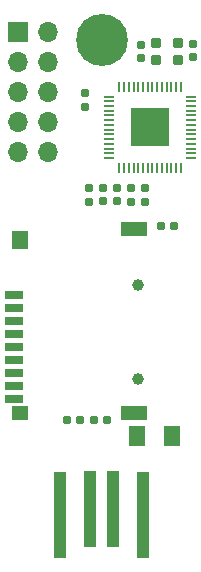
<source format=gts>
G04 #@! TF.GenerationSoftware,KiCad,Pcbnew,7.0.1-3b83917a11~172~ubuntu22.04.1*
G04 #@! TF.CreationDate,2023-04-10T17:36:39+00:00*
G04 #@! TF.ProjectId,ducklace,6475636b-6c61-4636-952e-6b696361645f,rev?*
G04 #@! TF.SameCoordinates,Original*
G04 #@! TF.FileFunction,Soldermask,Top*
G04 #@! TF.FilePolarity,Negative*
%FSLAX46Y46*%
G04 Gerber Fmt 4.6, Leading zero omitted, Abs format (unit mm)*
G04 Created by KiCad (PCBNEW 7.0.1-3b83917a11~172~ubuntu22.04.1) date 2023-04-10 17:36:39*
%MOMM*%
%LPD*%
G01*
G04 APERTURE LIST*
G04 Aperture macros list*
%AMRoundRect*
0 Rectangle with rounded corners*
0 $1 Rounding radius*
0 $2 $3 $4 $5 $6 $7 $8 $9 X,Y pos of 4 corners*
0 Add a 4 corners polygon primitive as box body*
4,1,4,$2,$3,$4,$5,$6,$7,$8,$9,$2,$3,0*
0 Add four circle primitives for the rounded corners*
1,1,$1+$1,$2,$3*
1,1,$1+$1,$4,$5*
1,1,$1+$1,$6,$7*
1,1,$1+$1,$8,$9*
0 Add four rect primitives between the rounded corners*
20,1,$1+$1,$2,$3,$4,$5,0*
20,1,$1+$1,$4,$5,$6,$7,0*
20,1,$1+$1,$6,$7,$8,$9,0*
20,1,$1+$1,$8,$9,$2,$3,0*%
G04 Aperture macros list end*
%ADD10C,1.000000*%
%ADD11R,1.600000X0.700000*%
%ADD12R,1.400000X1.200000*%
%ADD13R,2.200000X1.200000*%
%ADD14R,1.400000X1.600000*%
%ADD15RoundRect,0.160000X-0.160000X0.197500X-0.160000X-0.197500X0.160000X-0.197500X0.160000X0.197500X0*%
%ADD16RoundRect,0.050000X0.387500X0.050000X-0.387500X0.050000X-0.387500X-0.050000X0.387500X-0.050000X0*%
%ADD17RoundRect,0.050000X0.050000X0.387500X-0.050000X0.387500X-0.050000X-0.387500X0.050000X-0.387500X0*%
%ADD18R,3.200000X3.200000*%
%ADD19R,1.700000X1.700000*%
%ADD20O,1.700000X1.700000*%
%ADD21RoundRect,0.155000X-0.155000X0.212500X-0.155000X-0.212500X0.155000X-0.212500X0.155000X0.212500X0*%
%ADD22RoundRect,0.155000X0.155000X-0.212500X0.155000X0.212500X-0.155000X0.212500X-0.155000X-0.212500X0*%
%ADD23RoundRect,0.155000X-0.212500X-0.155000X0.212500X-0.155000X0.212500X0.155000X-0.212500X0.155000X0*%
%ADD24RoundRect,0.200000X-0.250000X0.200000X-0.250000X-0.200000X0.250000X-0.200000X0.250000X0.200000X0*%
%ADD25RoundRect,0.155000X0.212500X0.155000X-0.212500X0.155000X-0.212500X-0.155000X0.212500X-0.155000X0*%
%ADD26RoundRect,0.250001X0.462499X0.624999X-0.462499X0.624999X-0.462499X-0.624999X0.462499X-0.624999X0*%
%ADD27C,0.700000*%
%ADD28C,4.400000*%
%ADD29RoundRect,0.160000X0.160000X-0.197500X0.160000X0.197500X-0.160000X0.197500X-0.160000X-0.197500X0*%
%ADD30R,1.000000X7.400000*%
%ADD31R,1.000000X6.400000*%
G04 APERTURE END LIST*
D10*
G04 #@! TO.C,J3*
X101000000Y-111910000D03*
X101000000Y-103930000D03*
D11*
X90500000Y-104780000D03*
X90500000Y-105880000D03*
X90500000Y-106980000D03*
X90500000Y-108080000D03*
X90500000Y-109180000D03*
X90500000Y-110280000D03*
X90500000Y-111380000D03*
X90500000Y-112480000D03*
X90500000Y-113580000D03*
D12*
X91000000Y-114730000D03*
D13*
X100600000Y-114730000D03*
D14*
X91000000Y-100130000D03*
D13*
X100600000Y-99230000D03*
G04 #@! TD*
D15*
G04 #@! TO.C,R3*
X100400000Y-95682500D03*
X100400000Y-96877500D03*
G04 #@! TD*
D16*
G04 #@! TO.C,U1*
X105437500Y-93180000D03*
X105437500Y-92780000D03*
X105437500Y-92380000D03*
X105437500Y-91980000D03*
X105437500Y-91580000D03*
X105437500Y-91180000D03*
X105437500Y-90780000D03*
X105437500Y-90380000D03*
X105437500Y-89980000D03*
X105437500Y-89580000D03*
X105437500Y-89180000D03*
X105437500Y-88780000D03*
X105437500Y-88380000D03*
X105437500Y-87980000D03*
D17*
X104600000Y-87142500D03*
X104200000Y-87142500D03*
X103800000Y-87142500D03*
X103400000Y-87142500D03*
X103000000Y-87142500D03*
X102600000Y-87142500D03*
X102200000Y-87142500D03*
X101800000Y-87142500D03*
X101400000Y-87142500D03*
X101000000Y-87142500D03*
X100600000Y-87142500D03*
X100200000Y-87142500D03*
X99800000Y-87142500D03*
X99400000Y-87142500D03*
D16*
X98562500Y-87980000D03*
X98562500Y-88380000D03*
X98562500Y-88780000D03*
X98562500Y-89180000D03*
X98562500Y-89580000D03*
X98562500Y-89980000D03*
X98562500Y-90380000D03*
X98562500Y-90780000D03*
X98562500Y-91180000D03*
X98562500Y-91580000D03*
X98562500Y-91980000D03*
X98562500Y-92380000D03*
X98562500Y-92780000D03*
X98562500Y-93180000D03*
D17*
X99400000Y-94017500D03*
X99800000Y-94017500D03*
X100200000Y-94017500D03*
X100600000Y-94017500D03*
X101000000Y-94017500D03*
X101400000Y-94017500D03*
X101800000Y-94017500D03*
X102200000Y-94017500D03*
X102600000Y-94017500D03*
X103000000Y-94017500D03*
X103400000Y-94017500D03*
X103800000Y-94017500D03*
X104200000Y-94017500D03*
X104600000Y-94017500D03*
D18*
X102000000Y-90580000D03*
G04 #@! TD*
D19*
G04 #@! TO.C,J2*
X90800000Y-82555000D03*
D20*
X93340000Y-82555000D03*
X90800000Y-85095000D03*
X93340000Y-85095000D03*
X90800000Y-87635000D03*
X93340000Y-87635000D03*
X90800000Y-90175000D03*
X93340000Y-90175000D03*
X90800000Y-92715000D03*
X93340000Y-92715000D03*
G04 #@! TD*
D21*
G04 #@! TO.C,C3*
X101200000Y-83612500D03*
X101200000Y-84747500D03*
G04 #@! TD*
D22*
G04 #@! TO.C,C6*
X99200000Y-96847500D03*
X99200000Y-95712500D03*
G04 #@! TD*
G04 #@! TO.C,C2*
X105600000Y-84647500D03*
X105600000Y-83512500D03*
G04 #@! TD*
D23*
G04 #@! TO.C,C4*
X94932500Y-115380000D03*
X96067500Y-115380000D03*
G04 #@! TD*
D24*
G04 #@! TO.C,Y1*
X104325000Y-83455000D03*
X102475000Y-83455000D03*
X102475000Y-84905000D03*
X104325000Y-84905000D03*
G04 #@! TD*
D25*
G04 #@! TO.C,C1*
X98367500Y-115380000D03*
X97232500Y-115380000D03*
G04 #@! TD*
D26*
G04 #@! TO.C,F1*
X103887500Y-116680000D03*
X100912500Y-116680000D03*
G04 #@! TD*
D25*
G04 #@! TO.C,C5*
X104067500Y-98980000D03*
X102932500Y-98980000D03*
G04 #@! TD*
D15*
G04 #@! TO.C,R1*
X96800000Y-95702500D03*
X96800000Y-96897500D03*
G04 #@! TD*
D27*
G04 #@! TO.C,H1*
X96250000Y-83180000D03*
X96733274Y-82013274D03*
X96733274Y-84346726D03*
X97900000Y-81530000D03*
D28*
X97900000Y-83180000D03*
D27*
X97900000Y-84830000D03*
X99066726Y-82013274D03*
X99066726Y-84346726D03*
X99550000Y-83180000D03*
G04 #@! TD*
D29*
G04 #@! TO.C,R5*
X96500000Y-88847500D03*
X96500000Y-87652500D03*
G04 #@! TD*
D30*
G04 #@! TO.C,J1*
X101400000Y-123380000D03*
D31*
X98900000Y-122880000D03*
X96900000Y-122880000D03*
D30*
X94400000Y-123380000D03*
G04 #@! TD*
D29*
G04 #@! TO.C,R2*
X101600000Y-96877500D03*
X101600000Y-95682500D03*
G04 #@! TD*
D21*
G04 #@! TO.C,C7*
X98000000Y-95712500D03*
X98000000Y-96847500D03*
G04 #@! TD*
M02*

</source>
